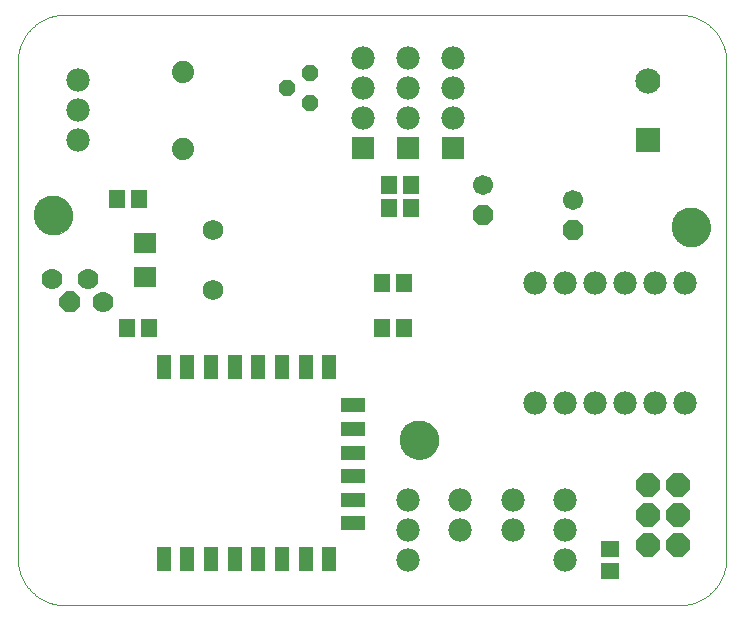
<source format=gts>
G75*
%MOIN*%
%OFA0B0*%
%FSLAX25Y25*%
%IPPOS*%
%LPD*%
%AMOC8*
5,1,8,0,0,1.08239X$1,22.5*
%
%ADD10C,0.00000*%
%ADD11C,0.12998*%
%ADD12R,0.05124X0.08274*%
%ADD13R,0.08274X0.05124*%
%ADD14R,0.08400X0.08400*%
%ADD15C,0.08400*%
%ADD16C,0.07800*%
%ADD17C,0.07400*%
%ADD18R,0.07800X0.07800*%
%ADD19R,0.05518X0.06306*%
%ADD20C,0.06900*%
%ADD21R,0.06306X0.05518*%
%ADD22OC8,0.07800*%
%ADD23R,0.07498X0.06699*%
%ADD24OC8,0.05600*%
%ADD25OC8,0.06700*%
%ADD26C,0.06700*%
%ADD27C,0.07000*%
%ADD28OC8,0.07000*%
D10*
X0016748Y0029795D02*
X0221472Y0029795D01*
X0221853Y0029800D01*
X0222233Y0029813D01*
X0222613Y0029836D01*
X0222992Y0029869D01*
X0223370Y0029910D01*
X0223747Y0029960D01*
X0224123Y0030020D01*
X0224498Y0030088D01*
X0224870Y0030166D01*
X0225241Y0030253D01*
X0225609Y0030348D01*
X0225975Y0030453D01*
X0226338Y0030566D01*
X0226699Y0030688D01*
X0227056Y0030818D01*
X0227410Y0030958D01*
X0227761Y0031105D01*
X0228108Y0031262D01*
X0228451Y0031426D01*
X0228790Y0031599D01*
X0229125Y0031780D01*
X0229456Y0031969D01*
X0229781Y0032166D01*
X0230102Y0032370D01*
X0230418Y0032583D01*
X0230728Y0032803D01*
X0231034Y0033030D01*
X0231333Y0033265D01*
X0231627Y0033507D01*
X0231915Y0033755D01*
X0232197Y0034011D01*
X0232472Y0034274D01*
X0232741Y0034543D01*
X0233004Y0034818D01*
X0233260Y0035100D01*
X0233508Y0035388D01*
X0233750Y0035682D01*
X0233985Y0035981D01*
X0234212Y0036287D01*
X0234432Y0036597D01*
X0234645Y0036913D01*
X0234849Y0037234D01*
X0235046Y0037559D01*
X0235235Y0037890D01*
X0235416Y0038225D01*
X0235589Y0038564D01*
X0235753Y0038907D01*
X0235910Y0039254D01*
X0236057Y0039605D01*
X0236197Y0039959D01*
X0236327Y0040316D01*
X0236449Y0040677D01*
X0236562Y0041040D01*
X0236667Y0041406D01*
X0236762Y0041774D01*
X0236849Y0042145D01*
X0236927Y0042517D01*
X0236995Y0042892D01*
X0237055Y0043268D01*
X0237105Y0043645D01*
X0237146Y0044023D01*
X0237179Y0044402D01*
X0237202Y0044782D01*
X0237215Y0045162D01*
X0237220Y0045543D01*
X0237220Y0210897D01*
X0237215Y0211278D01*
X0237202Y0211658D01*
X0237179Y0212038D01*
X0237146Y0212417D01*
X0237105Y0212795D01*
X0237055Y0213172D01*
X0236995Y0213548D01*
X0236927Y0213923D01*
X0236849Y0214295D01*
X0236762Y0214666D01*
X0236667Y0215034D01*
X0236562Y0215400D01*
X0236449Y0215763D01*
X0236327Y0216124D01*
X0236197Y0216481D01*
X0236057Y0216835D01*
X0235910Y0217186D01*
X0235753Y0217533D01*
X0235589Y0217876D01*
X0235416Y0218215D01*
X0235235Y0218550D01*
X0235046Y0218881D01*
X0234849Y0219206D01*
X0234645Y0219527D01*
X0234432Y0219843D01*
X0234212Y0220153D01*
X0233985Y0220459D01*
X0233750Y0220758D01*
X0233508Y0221052D01*
X0233260Y0221340D01*
X0233004Y0221622D01*
X0232741Y0221897D01*
X0232472Y0222166D01*
X0232197Y0222429D01*
X0231915Y0222685D01*
X0231627Y0222933D01*
X0231333Y0223175D01*
X0231034Y0223410D01*
X0230728Y0223637D01*
X0230418Y0223857D01*
X0230102Y0224070D01*
X0229781Y0224274D01*
X0229456Y0224471D01*
X0229125Y0224660D01*
X0228790Y0224841D01*
X0228451Y0225014D01*
X0228108Y0225178D01*
X0227761Y0225335D01*
X0227410Y0225482D01*
X0227056Y0225622D01*
X0226699Y0225752D01*
X0226338Y0225874D01*
X0225975Y0225987D01*
X0225609Y0226092D01*
X0225241Y0226187D01*
X0224870Y0226274D01*
X0224498Y0226352D01*
X0224123Y0226420D01*
X0223747Y0226480D01*
X0223370Y0226530D01*
X0222992Y0226571D01*
X0222613Y0226604D01*
X0222233Y0226627D01*
X0221853Y0226640D01*
X0221472Y0226645D01*
X0016748Y0226645D01*
X0016367Y0226640D01*
X0015987Y0226627D01*
X0015607Y0226604D01*
X0015228Y0226571D01*
X0014850Y0226530D01*
X0014473Y0226480D01*
X0014097Y0226420D01*
X0013722Y0226352D01*
X0013350Y0226274D01*
X0012979Y0226187D01*
X0012611Y0226092D01*
X0012245Y0225987D01*
X0011882Y0225874D01*
X0011521Y0225752D01*
X0011164Y0225622D01*
X0010810Y0225482D01*
X0010459Y0225335D01*
X0010112Y0225178D01*
X0009769Y0225014D01*
X0009430Y0224841D01*
X0009095Y0224660D01*
X0008764Y0224471D01*
X0008439Y0224274D01*
X0008118Y0224070D01*
X0007802Y0223857D01*
X0007492Y0223637D01*
X0007186Y0223410D01*
X0006887Y0223175D01*
X0006593Y0222933D01*
X0006305Y0222685D01*
X0006023Y0222429D01*
X0005748Y0222166D01*
X0005479Y0221897D01*
X0005216Y0221622D01*
X0004960Y0221340D01*
X0004712Y0221052D01*
X0004470Y0220758D01*
X0004235Y0220459D01*
X0004008Y0220153D01*
X0003788Y0219843D01*
X0003575Y0219527D01*
X0003371Y0219206D01*
X0003174Y0218881D01*
X0002985Y0218550D01*
X0002804Y0218215D01*
X0002631Y0217876D01*
X0002467Y0217533D01*
X0002310Y0217186D01*
X0002163Y0216835D01*
X0002023Y0216481D01*
X0001893Y0216124D01*
X0001771Y0215763D01*
X0001658Y0215400D01*
X0001553Y0215034D01*
X0001458Y0214666D01*
X0001371Y0214295D01*
X0001293Y0213923D01*
X0001225Y0213548D01*
X0001165Y0213172D01*
X0001115Y0212795D01*
X0001074Y0212417D01*
X0001041Y0212038D01*
X0001018Y0211658D01*
X0001005Y0211278D01*
X0001000Y0210897D01*
X0001000Y0045543D01*
X0001005Y0045162D01*
X0001018Y0044782D01*
X0001041Y0044402D01*
X0001074Y0044023D01*
X0001115Y0043645D01*
X0001165Y0043268D01*
X0001225Y0042892D01*
X0001293Y0042517D01*
X0001371Y0042145D01*
X0001458Y0041774D01*
X0001553Y0041406D01*
X0001658Y0041040D01*
X0001771Y0040677D01*
X0001893Y0040316D01*
X0002023Y0039959D01*
X0002163Y0039605D01*
X0002310Y0039254D01*
X0002467Y0038907D01*
X0002631Y0038564D01*
X0002804Y0038225D01*
X0002985Y0037890D01*
X0003174Y0037559D01*
X0003371Y0037234D01*
X0003575Y0036913D01*
X0003788Y0036597D01*
X0004008Y0036287D01*
X0004235Y0035981D01*
X0004470Y0035682D01*
X0004712Y0035388D01*
X0004960Y0035100D01*
X0005216Y0034818D01*
X0005479Y0034543D01*
X0005748Y0034274D01*
X0006023Y0034011D01*
X0006305Y0033755D01*
X0006593Y0033507D01*
X0006887Y0033265D01*
X0007186Y0033030D01*
X0007492Y0032803D01*
X0007802Y0032583D01*
X0008118Y0032370D01*
X0008439Y0032166D01*
X0008764Y0031969D01*
X0009095Y0031780D01*
X0009430Y0031599D01*
X0009769Y0031426D01*
X0010112Y0031262D01*
X0010459Y0031105D01*
X0010810Y0030958D01*
X0011164Y0030818D01*
X0011521Y0030688D01*
X0011882Y0030566D01*
X0012245Y0030453D01*
X0012611Y0030348D01*
X0012979Y0030253D01*
X0013350Y0030166D01*
X0013722Y0030088D01*
X0014097Y0030020D01*
X0014473Y0029960D01*
X0014850Y0029910D01*
X0015228Y0029869D01*
X0015607Y0029836D01*
X0015987Y0029813D01*
X0016367Y0029800D01*
X0016748Y0029795D01*
X0006512Y0159716D02*
X0006514Y0159874D01*
X0006520Y0160032D01*
X0006530Y0160190D01*
X0006544Y0160348D01*
X0006562Y0160505D01*
X0006583Y0160662D01*
X0006609Y0160818D01*
X0006639Y0160974D01*
X0006672Y0161129D01*
X0006710Y0161282D01*
X0006751Y0161435D01*
X0006796Y0161587D01*
X0006845Y0161738D01*
X0006898Y0161887D01*
X0006954Y0162035D01*
X0007014Y0162181D01*
X0007078Y0162326D01*
X0007146Y0162469D01*
X0007217Y0162611D01*
X0007291Y0162751D01*
X0007369Y0162888D01*
X0007451Y0163024D01*
X0007535Y0163158D01*
X0007624Y0163289D01*
X0007715Y0163418D01*
X0007810Y0163545D01*
X0007907Y0163670D01*
X0008008Y0163792D01*
X0008112Y0163911D01*
X0008219Y0164028D01*
X0008329Y0164142D01*
X0008442Y0164253D01*
X0008557Y0164362D01*
X0008675Y0164467D01*
X0008796Y0164569D01*
X0008919Y0164669D01*
X0009045Y0164765D01*
X0009173Y0164858D01*
X0009303Y0164948D01*
X0009436Y0165034D01*
X0009571Y0165118D01*
X0009707Y0165197D01*
X0009846Y0165274D01*
X0009987Y0165346D01*
X0010129Y0165416D01*
X0010273Y0165481D01*
X0010419Y0165543D01*
X0010566Y0165601D01*
X0010715Y0165656D01*
X0010865Y0165707D01*
X0011016Y0165754D01*
X0011168Y0165797D01*
X0011321Y0165836D01*
X0011476Y0165872D01*
X0011631Y0165903D01*
X0011787Y0165931D01*
X0011943Y0165955D01*
X0012100Y0165975D01*
X0012258Y0165991D01*
X0012415Y0166003D01*
X0012574Y0166011D01*
X0012732Y0166015D01*
X0012890Y0166015D01*
X0013048Y0166011D01*
X0013207Y0166003D01*
X0013364Y0165991D01*
X0013522Y0165975D01*
X0013679Y0165955D01*
X0013835Y0165931D01*
X0013991Y0165903D01*
X0014146Y0165872D01*
X0014301Y0165836D01*
X0014454Y0165797D01*
X0014606Y0165754D01*
X0014757Y0165707D01*
X0014907Y0165656D01*
X0015056Y0165601D01*
X0015203Y0165543D01*
X0015349Y0165481D01*
X0015493Y0165416D01*
X0015635Y0165346D01*
X0015776Y0165274D01*
X0015915Y0165197D01*
X0016051Y0165118D01*
X0016186Y0165034D01*
X0016319Y0164948D01*
X0016449Y0164858D01*
X0016577Y0164765D01*
X0016703Y0164669D01*
X0016826Y0164569D01*
X0016947Y0164467D01*
X0017065Y0164362D01*
X0017180Y0164253D01*
X0017293Y0164142D01*
X0017403Y0164028D01*
X0017510Y0163911D01*
X0017614Y0163792D01*
X0017715Y0163670D01*
X0017812Y0163545D01*
X0017907Y0163418D01*
X0017998Y0163289D01*
X0018087Y0163158D01*
X0018171Y0163024D01*
X0018253Y0162888D01*
X0018331Y0162751D01*
X0018405Y0162611D01*
X0018476Y0162469D01*
X0018544Y0162326D01*
X0018608Y0162181D01*
X0018668Y0162035D01*
X0018724Y0161887D01*
X0018777Y0161738D01*
X0018826Y0161587D01*
X0018871Y0161435D01*
X0018912Y0161282D01*
X0018950Y0161129D01*
X0018983Y0160974D01*
X0019013Y0160818D01*
X0019039Y0160662D01*
X0019060Y0160505D01*
X0019078Y0160348D01*
X0019092Y0160190D01*
X0019102Y0160032D01*
X0019108Y0159874D01*
X0019110Y0159716D01*
X0019108Y0159558D01*
X0019102Y0159400D01*
X0019092Y0159242D01*
X0019078Y0159084D01*
X0019060Y0158927D01*
X0019039Y0158770D01*
X0019013Y0158614D01*
X0018983Y0158458D01*
X0018950Y0158303D01*
X0018912Y0158150D01*
X0018871Y0157997D01*
X0018826Y0157845D01*
X0018777Y0157694D01*
X0018724Y0157545D01*
X0018668Y0157397D01*
X0018608Y0157251D01*
X0018544Y0157106D01*
X0018476Y0156963D01*
X0018405Y0156821D01*
X0018331Y0156681D01*
X0018253Y0156544D01*
X0018171Y0156408D01*
X0018087Y0156274D01*
X0017998Y0156143D01*
X0017907Y0156014D01*
X0017812Y0155887D01*
X0017715Y0155762D01*
X0017614Y0155640D01*
X0017510Y0155521D01*
X0017403Y0155404D01*
X0017293Y0155290D01*
X0017180Y0155179D01*
X0017065Y0155070D01*
X0016947Y0154965D01*
X0016826Y0154863D01*
X0016703Y0154763D01*
X0016577Y0154667D01*
X0016449Y0154574D01*
X0016319Y0154484D01*
X0016186Y0154398D01*
X0016051Y0154314D01*
X0015915Y0154235D01*
X0015776Y0154158D01*
X0015635Y0154086D01*
X0015493Y0154016D01*
X0015349Y0153951D01*
X0015203Y0153889D01*
X0015056Y0153831D01*
X0014907Y0153776D01*
X0014757Y0153725D01*
X0014606Y0153678D01*
X0014454Y0153635D01*
X0014301Y0153596D01*
X0014146Y0153560D01*
X0013991Y0153529D01*
X0013835Y0153501D01*
X0013679Y0153477D01*
X0013522Y0153457D01*
X0013364Y0153441D01*
X0013207Y0153429D01*
X0013048Y0153421D01*
X0012890Y0153417D01*
X0012732Y0153417D01*
X0012574Y0153421D01*
X0012415Y0153429D01*
X0012258Y0153441D01*
X0012100Y0153457D01*
X0011943Y0153477D01*
X0011787Y0153501D01*
X0011631Y0153529D01*
X0011476Y0153560D01*
X0011321Y0153596D01*
X0011168Y0153635D01*
X0011016Y0153678D01*
X0010865Y0153725D01*
X0010715Y0153776D01*
X0010566Y0153831D01*
X0010419Y0153889D01*
X0010273Y0153951D01*
X0010129Y0154016D01*
X0009987Y0154086D01*
X0009846Y0154158D01*
X0009707Y0154235D01*
X0009571Y0154314D01*
X0009436Y0154398D01*
X0009303Y0154484D01*
X0009173Y0154574D01*
X0009045Y0154667D01*
X0008919Y0154763D01*
X0008796Y0154863D01*
X0008675Y0154965D01*
X0008557Y0155070D01*
X0008442Y0155179D01*
X0008329Y0155290D01*
X0008219Y0155404D01*
X0008112Y0155521D01*
X0008008Y0155640D01*
X0007907Y0155762D01*
X0007810Y0155887D01*
X0007715Y0156014D01*
X0007624Y0156143D01*
X0007535Y0156274D01*
X0007451Y0156408D01*
X0007369Y0156544D01*
X0007291Y0156681D01*
X0007217Y0156821D01*
X0007146Y0156963D01*
X0007078Y0157106D01*
X0007014Y0157251D01*
X0006954Y0157397D01*
X0006898Y0157545D01*
X0006845Y0157694D01*
X0006796Y0157845D01*
X0006751Y0157997D01*
X0006710Y0158150D01*
X0006672Y0158303D01*
X0006639Y0158458D01*
X0006609Y0158614D01*
X0006583Y0158770D01*
X0006562Y0158927D01*
X0006544Y0159084D01*
X0006530Y0159242D01*
X0006520Y0159400D01*
X0006514Y0159558D01*
X0006512Y0159716D01*
X0128559Y0084913D02*
X0128561Y0085071D01*
X0128567Y0085229D01*
X0128577Y0085387D01*
X0128591Y0085545D01*
X0128609Y0085702D01*
X0128630Y0085859D01*
X0128656Y0086015D01*
X0128686Y0086171D01*
X0128719Y0086326D01*
X0128757Y0086479D01*
X0128798Y0086632D01*
X0128843Y0086784D01*
X0128892Y0086935D01*
X0128945Y0087084D01*
X0129001Y0087232D01*
X0129061Y0087378D01*
X0129125Y0087523D01*
X0129193Y0087666D01*
X0129264Y0087808D01*
X0129338Y0087948D01*
X0129416Y0088085D01*
X0129498Y0088221D01*
X0129582Y0088355D01*
X0129671Y0088486D01*
X0129762Y0088615D01*
X0129857Y0088742D01*
X0129954Y0088867D01*
X0130055Y0088989D01*
X0130159Y0089108D01*
X0130266Y0089225D01*
X0130376Y0089339D01*
X0130489Y0089450D01*
X0130604Y0089559D01*
X0130722Y0089664D01*
X0130843Y0089766D01*
X0130966Y0089866D01*
X0131092Y0089962D01*
X0131220Y0090055D01*
X0131350Y0090145D01*
X0131483Y0090231D01*
X0131618Y0090315D01*
X0131754Y0090394D01*
X0131893Y0090471D01*
X0132034Y0090543D01*
X0132176Y0090613D01*
X0132320Y0090678D01*
X0132466Y0090740D01*
X0132613Y0090798D01*
X0132762Y0090853D01*
X0132912Y0090904D01*
X0133063Y0090951D01*
X0133215Y0090994D01*
X0133368Y0091033D01*
X0133523Y0091069D01*
X0133678Y0091100D01*
X0133834Y0091128D01*
X0133990Y0091152D01*
X0134147Y0091172D01*
X0134305Y0091188D01*
X0134462Y0091200D01*
X0134621Y0091208D01*
X0134779Y0091212D01*
X0134937Y0091212D01*
X0135095Y0091208D01*
X0135254Y0091200D01*
X0135411Y0091188D01*
X0135569Y0091172D01*
X0135726Y0091152D01*
X0135882Y0091128D01*
X0136038Y0091100D01*
X0136193Y0091069D01*
X0136348Y0091033D01*
X0136501Y0090994D01*
X0136653Y0090951D01*
X0136804Y0090904D01*
X0136954Y0090853D01*
X0137103Y0090798D01*
X0137250Y0090740D01*
X0137396Y0090678D01*
X0137540Y0090613D01*
X0137682Y0090543D01*
X0137823Y0090471D01*
X0137962Y0090394D01*
X0138098Y0090315D01*
X0138233Y0090231D01*
X0138366Y0090145D01*
X0138496Y0090055D01*
X0138624Y0089962D01*
X0138750Y0089866D01*
X0138873Y0089766D01*
X0138994Y0089664D01*
X0139112Y0089559D01*
X0139227Y0089450D01*
X0139340Y0089339D01*
X0139450Y0089225D01*
X0139557Y0089108D01*
X0139661Y0088989D01*
X0139762Y0088867D01*
X0139859Y0088742D01*
X0139954Y0088615D01*
X0140045Y0088486D01*
X0140134Y0088355D01*
X0140218Y0088221D01*
X0140300Y0088085D01*
X0140378Y0087948D01*
X0140452Y0087808D01*
X0140523Y0087666D01*
X0140591Y0087523D01*
X0140655Y0087378D01*
X0140715Y0087232D01*
X0140771Y0087084D01*
X0140824Y0086935D01*
X0140873Y0086784D01*
X0140918Y0086632D01*
X0140959Y0086479D01*
X0140997Y0086326D01*
X0141030Y0086171D01*
X0141060Y0086015D01*
X0141086Y0085859D01*
X0141107Y0085702D01*
X0141125Y0085545D01*
X0141139Y0085387D01*
X0141149Y0085229D01*
X0141155Y0085071D01*
X0141157Y0084913D01*
X0141155Y0084755D01*
X0141149Y0084597D01*
X0141139Y0084439D01*
X0141125Y0084281D01*
X0141107Y0084124D01*
X0141086Y0083967D01*
X0141060Y0083811D01*
X0141030Y0083655D01*
X0140997Y0083500D01*
X0140959Y0083347D01*
X0140918Y0083194D01*
X0140873Y0083042D01*
X0140824Y0082891D01*
X0140771Y0082742D01*
X0140715Y0082594D01*
X0140655Y0082448D01*
X0140591Y0082303D01*
X0140523Y0082160D01*
X0140452Y0082018D01*
X0140378Y0081878D01*
X0140300Y0081741D01*
X0140218Y0081605D01*
X0140134Y0081471D01*
X0140045Y0081340D01*
X0139954Y0081211D01*
X0139859Y0081084D01*
X0139762Y0080959D01*
X0139661Y0080837D01*
X0139557Y0080718D01*
X0139450Y0080601D01*
X0139340Y0080487D01*
X0139227Y0080376D01*
X0139112Y0080267D01*
X0138994Y0080162D01*
X0138873Y0080060D01*
X0138750Y0079960D01*
X0138624Y0079864D01*
X0138496Y0079771D01*
X0138366Y0079681D01*
X0138233Y0079595D01*
X0138098Y0079511D01*
X0137962Y0079432D01*
X0137823Y0079355D01*
X0137682Y0079283D01*
X0137540Y0079213D01*
X0137396Y0079148D01*
X0137250Y0079086D01*
X0137103Y0079028D01*
X0136954Y0078973D01*
X0136804Y0078922D01*
X0136653Y0078875D01*
X0136501Y0078832D01*
X0136348Y0078793D01*
X0136193Y0078757D01*
X0136038Y0078726D01*
X0135882Y0078698D01*
X0135726Y0078674D01*
X0135569Y0078654D01*
X0135411Y0078638D01*
X0135254Y0078626D01*
X0135095Y0078618D01*
X0134937Y0078614D01*
X0134779Y0078614D01*
X0134621Y0078618D01*
X0134462Y0078626D01*
X0134305Y0078638D01*
X0134147Y0078654D01*
X0133990Y0078674D01*
X0133834Y0078698D01*
X0133678Y0078726D01*
X0133523Y0078757D01*
X0133368Y0078793D01*
X0133215Y0078832D01*
X0133063Y0078875D01*
X0132912Y0078922D01*
X0132762Y0078973D01*
X0132613Y0079028D01*
X0132466Y0079086D01*
X0132320Y0079148D01*
X0132176Y0079213D01*
X0132034Y0079283D01*
X0131893Y0079355D01*
X0131754Y0079432D01*
X0131618Y0079511D01*
X0131483Y0079595D01*
X0131350Y0079681D01*
X0131220Y0079771D01*
X0131092Y0079864D01*
X0130966Y0079960D01*
X0130843Y0080060D01*
X0130722Y0080162D01*
X0130604Y0080267D01*
X0130489Y0080376D01*
X0130376Y0080487D01*
X0130266Y0080601D01*
X0130159Y0080718D01*
X0130055Y0080837D01*
X0129954Y0080959D01*
X0129857Y0081084D01*
X0129762Y0081211D01*
X0129671Y0081340D01*
X0129582Y0081471D01*
X0129498Y0081605D01*
X0129416Y0081741D01*
X0129338Y0081878D01*
X0129264Y0082018D01*
X0129193Y0082160D01*
X0129125Y0082303D01*
X0129061Y0082448D01*
X0129001Y0082594D01*
X0128945Y0082742D01*
X0128892Y0082891D01*
X0128843Y0083042D01*
X0128798Y0083194D01*
X0128757Y0083347D01*
X0128719Y0083500D01*
X0128686Y0083655D01*
X0128656Y0083811D01*
X0128630Y0083967D01*
X0128609Y0084124D01*
X0128591Y0084281D01*
X0128577Y0084439D01*
X0128567Y0084597D01*
X0128561Y0084755D01*
X0128559Y0084913D01*
X0219110Y0155779D02*
X0219112Y0155937D01*
X0219118Y0156095D01*
X0219128Y0156253D01*
X0219142Y0156411D01*
X0219160Y0156568D01*
X0219181Y0156725D01*
X0219207Y0156881D01*
X0219237Y0157037D01*
X0219270Y0157192D01*
X0219308Y0157345D01*
X0219349Y0157498D01*
X0219394Y0157650D01*
X0219443Y0157801D01*
X0219496Y0157950D01*
X0219552Y0158098D01*
X0219612Y0158244D01*
X0219676Y0158389D01*
X0219744Y0158532D01*
X0219815Y0158674D01*
X0219889Y0158814D01*
X0219967Y0158951D01*
X0220049Y0159087D01*
X0220133Y0159221D01*
X0220222Y0159352D01*
X0220313Y0159481D01*
X0220408Y0159608D01*
X0220505Y0159733D01*
X0220606Y0159855D01*
X0220710Y0159974D01*
X0220817Y0160091D01*
X0220927Y0160205D01*
X0221040Y0160316D01*
X0221155Y0160425D01*
X0221273Y0160530D01*
X0221394Y0160632D01*
X0221517Y0160732D01*
X0221643Y0160828D01*
X0221771Y0160921D01*
X0221901Y0161011D01*
X0222034Y0161097D01*
X0222169Y0161181D01*
X0222305Y0161260D01*
X0222444Y0161337D01*
X0222585Y0161409D01*
X0222727Y0161479D01*
X0222871Y0161544D01*
X0223017Y0161606D01*
X0223164Y0161664D01*
X0223313Y0161719D01*
X0223463Y0161770D01*
X0223614Y0161817D01*
X0223766Y0161860D01*
X0223919Y0161899D01*
X0224074Y0161935D01*
X0224229Y0161966D01*
X0224385Y0161994D01*
X0224541Y0162018D01*
X0224698Y0162038D01*
X0224856Y0162054D01*
X0225013Y0162066D01*
X0225172Y0162074D01*
X0225330Y0162078D01*
X0225488Y0162078D01*
X0225646Y0162074D01*
X0225805Y0162066D01*
X0225962Y0162054D01*
X0226120Y0162038D01*
X0226277Y0162018D01*
X0226433Y0161994D01*
X0226589Y0161966D01*
X0226744Y0161935D01*
X0226899Y0161899D01*
X0227052Y0161860D01*
X0227204Y0161817D01*
X0227355Y0161770D01*
X0227505Y0161719D01*
X0227654Y0161664D01*
X0227801Y0161606D01*
X0227947Y0161544D01*
X0228091Y0161479D01*
X0228233Y0161409D01*
X0228374Y0161337D01*
X0228513Y0161260D01*
X0228649Y0161181D01*
X0228784Y0161097D01*
X0228917Y0161011D01*
X0229047Y0160921D01*
X0229175Y0160828D01*
X0229301Y0160732D01*
X0229424Y0160632D01*
X0229545Y0160530D01*
X0229663Y0160425D01*
X0229778Y0160316D01*
X0229891Y0160205D01*
X0230001Y0160091D01*
X0230108Y0159974D01*
X0230212Y0159855D01*
X0230313Y0159733D01*
X0230410Y0159608D01*
X0230505Y0159481D01*
X0230596Y0159352D01*
X0230685Y0159221D01*
X0230769Y0159087D01*
X0230851Y0158951D01*
X0230929Y0158814D01*
X0231003Y0158674D01*
X0231074Y0158532D01*
X0231142Y0158389D01*
X0231206Y0158244D01*
X0231266Y0158098D01*
X0231322Y0157950D01*
X0231375Y0157801D01*
X0231424Y0157650D01*
X0231469Y0157498D01*
X0231510Y0157345D01*
X0231548Y0157192D01*
X0231581Y0157037D01*
X0231611Y0156881D01*
X0231637Y0156725D01*
X0231658Y0156568D01*
X0231676Y0156411D01*
X0231690Y0156253D01*
X0231700Y0156095D01*
X0231706Y0155937D01*
X0231708Y0155779D01*
X0231706Y0155621D01*
X0231700Y0155463D01*
X0231690Y0155305D01*
X0231676Y0155147D01*
X0231658Y0154990D01*
X0231637Y0154833D01*
X0231611Y0154677D01*
X0231581Y0154521D01*
X0231548Y0154366D01*
X0231510Y0154213D01*
X0231469Y0154060D01*
X0231424Y0153908D01*
X0231375Y0153757D01*
X0231322Y0153608D01*
X0231266Y0153460D01*
X0231206Y0153314D01*
X0231142Y0153169D01*
X0231074Y0153026D01*
X0231003Y0152884D01*
X0230929Y0152744D01*
X0230851Y0152607D01*
X0230769Y0152471D01*
X0230685Y0152337D01*
X0230596Y0152206D01*
X0230505Y0152077D01*
X0230410Y0151950D01*
X0230313Y0151825D01*
X0230212Y0151703D01*
X0230108Y0151584D01*
X0230001Y0151467D01*
X0229891Y0151353D01*
X0229778Y0151242D01*
X0229663Y0151133D01*
X0229545Y0151028D01*
X0229424Y0150926D01*
X0229301Y0150826D01*
X0229175Y0150730D01*
X0229047Y0150637D01*
X0228917Y0150547D01*
X0228784Y0150461D01*
X0228649Y0150377D01*
X0228513Y0150298D01*
X0228374Y0150221D01*
X0228233Y0150149D01*
X0228091Y0150079D01*
X0227947Y0150014D01*
X0227801Y0149952D01*
X0227654Y0149894D01*
X0227505Y0149839D01*
X0227355Y0149788D01*
X0227204Y0149741D01*
X0227052Y0149698D01*
X0226899Y0149659D01*
X0226744Y0149623D01*
X0226589Y0149592D01*
X0226433Y0149564D01*
X0226277Y0149540D01*
X0226120Y0149520D01*
X0225962Y0149504D01*
X0225805Y0149492D01*
X0225646Y0149484D01*
X0225488Y0149480D01*
X0225330Y0149480D01*
X0225172Y0149484D01*
X0225013Y0149492D01*
X0224856Y0149504D01*
X0224698Y0149520D01*
X0224541Y0149540D01*
X0224385Y0149564D01*
X0224229Y0149592D01*
X0224074Y0149623D01*
X0223919Y0149659D01*
X0223766Y0149698D01*
X0223614Y0149741D01*
X0223463Y0149788D01*
X0223313Y0149839D01*
X0223164Y0149894D01*
X0223017Y0149952D01*
X0222871Y0150014D01*
X0222727Y0150079D01*
X0222585Y0150149D01*
X0222444Y0150221D01*
X0222305Y0150298D01*
X0222169Y0150377D01*
X0222034Y0150461D01*
X0221901Y0150547D01*
X0221771Y0150637D01*
X0221643Y0150730D01*
X0221517Y0150826D01*
X0221394Y0150926D01*
X0221273Y0151028D01*
X0221155Y0151133D01*
X0221040Y0151242D01*
X0220927Y0151353D01*
X0220817Y0151467D01*
X0220710Y0151584D01*
X0220606Y0151703D01*
X0220505Y0151825D01*
X0220408Y0151950D01*
X0220313Y0152077D01*
X0220222Y0152206D01*
X0220133Y0152337D01*
X0220049Y0152471D01*
X0219967Y0152607D01*
X0219889Y0152744D01*
X0219815Y0152884D01*
X0219744Y0153026D01*
X0219676Y0153169D01*
X0219612Y0153314D01*
X0219552Y0153460D01*
X0219496Y0153608D01*
X0219443Y0153757D01*
X0219394Y0153908D01*
X0219349Y0154060D01*
X0219308Y0154213D01*
X0219270Y0154366D01*
X0219237Y0154521D01*
X0219207Y0154677D01*
X0219181Y0154833D01*
X0219160Y0154990D01*
X0219142Y0155147D01*
X0219128Y0155305D01*
X0219118Y0155463D01*
X0219112Y0155621D01*
X0219110Y0155779D01*
D11*
X0225409Y0155779D03*
X0134858Y0084913D03*
X0012811Y0159716D03*
D12*
X0049705Y0109048D03*
X0057579Y0109048D03*
X0065453Y0109048D03*
X0073327Y0109048D03*
X0081201Y0109048D03*
X0089075Y0109048D03*
X0096949Y0109048D03*
X0104823Y0109048D03*
X0104823Y0045268D03*
X0096949Y0045268D03*
X0089075Y0045268D03*
X0081201Y0045268D03*
X0073327Y0045268D03*
X0065453Y0045268D03*
X0057579Y0045268D03*
X0049705Y0045268D03*
D13*
X0112697Y0057079D03*
X0112697Y0064953D03*
X0112697Y0072827D03*
X0112697Y0080701D03*
X0112697Y0088575D03*
X0112697Y0096449D03*
D14*
X0211000Y0184795D03*
D15*
X0211000Y0204480D03*
D16*
X0213500Y0137295D03*
X0203500Y0137295D03*
X0193500Y0137295D03*
X0183500Y0137295D03*
X0173500Y0137295D03*
X0173500Y0097295D03*
X0183500Y0097295D03*
X0193500Y0097295D03*
X0203500Y0097295D03*
X0213500Y0097295D03*
X0223500Y0097295D03*
X0223500Y0137295D03*
X0183500Y0064795D03*
X0183500Y0054795D03*
X0183500Y0044795D03*
X0166000Y0054795D03*
X0166000Y0064795D03*
X0148500Y0064795D03*
X0148500Y0054795D03*
X0131000Y0054795D03*
X0131000Y0064795D03*
X0131000Y0044795D03*
X0021000Y0184795D03*
X0021000Y0194795D03*
X0021000Y0204795D03*
X0116000Y0202295D03*
X0116000Y0212295D03*
X0131000Y0212295D03*
X0131000Y0202295D03*
X0131000Y0192295D03*
X0116000Y0192295D03*
X0146000Y0192295D03*
X0146000Y0202295D03*
X0146000Y0212295D03*
D17*
X0056000Y0207590D03*
X0056000Y0182000D03*
D18*
X0116000Y0182295D03*
X0131000Y0182295D03*
X0146000Y0182295D03*
D19*
X0132240Y0169795D03*
X0124760Y0169795D03*
X0124760Y0162295D03*
X0132240Y0162295D03*
X0129740Y0137295D03*
X0122260Y0137295D03*
X0122260Y0122295D03*
X0129740Y0122295D03*
X0044740Y0122295D03*
X0037260Y0122295D03*
X0034071Y0165169D03*
X0041551Y0165169D03*
D20*
X0066000Y0154795D03*
X0066000Y0134795D03*
D21*
X0198500Y0048535D03*
X0198500Y0041055D03*
D22*
X0211000Y0049795D03*
X0211000Y0059795D03*
X0211000Y0069795D03*
X0221000Y0069795D03*
X0221000Y0059795D03*
X0221000Y0049795D03*
D23*
X0043500Y0139197D03*
X0043500Y0150393D03*
D24*
X0090851Y0202237D03*
X0098351Y0207237D03*
X0098351Y0197237D03*
D25*
X0156000Y0159795D03*
X0186000Y0154795D03*
D26*
X0186000Y0164795D03*
X0156000Y0169795D03*
D27*
X0029500Y0130982D03*
X0024500Y0138608D03*
X0012500Y0138608D03*
D28*
X0018500Y0130982D03*
M02*

</source>
